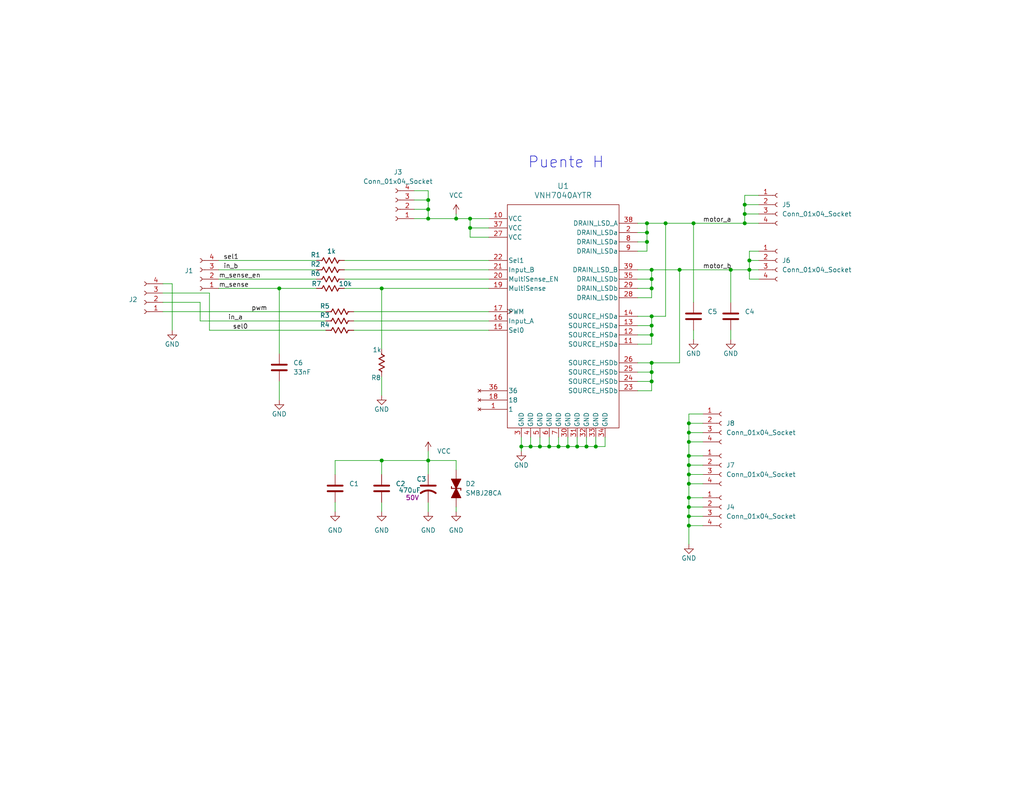
<source format=kicad_sch>
(kicad_sch (version 20250114) (generator "eeschema") (generator_version "9.0")
  (paper "A")
  (title_block (title "VNH7040_Puente_H_RC") (date "2025-11-16") (rev "1.0") (company "ITLA-HUB"))
  (lib_symbols
    (symbol "Capacitor_AKL:C_0603" (pin_numbers (hide yes)) (pin_names (offset 0.254))
      (property "Reference" "C" (at 0.635 2.54 0))
      (property "Value" "C_0603" (at 0.635 -2.54 0))
      (symbol "C_0603_0_1"
        (polyline (pts (xy -2.032 0.762) (xy 2.032 0.762)) (stroke (width 0.508)))
        (polyline (pts (xy -2.032 -0.762) (xy 2.032 -0.762)) (stroke (width 0.508)))
      )
      (symbol "C_0603_0_2"
        (polyline (pts (xy -2.54 -2.54) (xy -0.381 -0.381)))
        (polyline (pts (xy -0.508 -0.508) (xy -1.651 0.635)) (stroke (width 0.508)))
        (polyline (pts (xy -0.508 -0.508) (xy 0.635 -1.651)) (stroke (width 0.508)))
        (polyline (pts (xy 0.381 0.381) (xy 2.54 2.54)))
        (polyline (pts (xy 0.508 0.508) (xy -0.635 1.651)) (stroke (width 0.508)))
        (polyline (pts (xy 0.508 0.508) (xy 1.651 -0.635)) (stroke (width 0.508)))
      )
      (symbol "C_0603_1_1"
        (pin passive line (at 0 3.81 270) (length 2.794) (name "~") (number "1"))
        (pin passive line (at 0 -3.81 90) (length 2.794) (name "~") (number "2"))
      )
      (symbol "C_0603_1_2"
        (pin passive line (at -2.54 -2.54 90) (length 0) (name "~") (number "2"))
        (pin passive line (at 2.54 2.54 270) (length 0) (name "~") (number "1"))
      )
    )
    (symbol "Capacitor_AKL:C_0805" (pin_numbers (hide yes)) (pin_names (offset 0.254))
      (property "Reference" "C" (at 0.635 2.54 0))
      (property "Value" "C_0805" (at 0.635 -2.54 0))
      (symbol "C_0805_0_1"
        (polyline (pts (xy -2.032 0.762) (xy 2.032 0.762)) (stroke (width 0.508)))
        (polyline (pts (xy -2.032 -0.762) (xy 2.032 -0.762)) (stroke (width 0.508)))
      )
      (symbol "C_0805_0_2"
        (polyline (pts (xy -2.54 -2.54) (xy -0.381 -0.381)))
        (polyline (pts (xy -0.508 -0.508) (xy -1.651 0.635)) (stroke (width 0.508)))
        (polyline (pts (xy -0.508 -0.508) (xy 0.635 -1.651)) (stroke (width 0.508)))
        (polyline (pts (xy 0.381 0.381) (xy 2.54 2.54)))
        (polyline (pts (xy 0.508 0.508) (xy -0.635 1.651)) (stroke (width 0.508)))
        (polyline (pts (xy 0.508 0.508) (xy 1.651 -0.635)) (stroke (width 0.508)))
      )
      (symbol "C_0805_1_1"
        (pin passive line (at 0 3.81 270) (length 2.794) (name "~") (number "1"))
        (pin passive line (at 0 -3.81 90) (length 2.794) (name "~") (number "2"))
      )
      (symbol "C_0805_1_2"
        (pin passive line (at -2.54 -2.54 90) (length 0) (name "~") (number "2"))
        (pin passive line (at 2.54 2.54 270) (length 0) (name "~") (number "1"))
      )
    )
    (symbol "Connector:Conn_01x04_Socket" (pin_names (offset 1.016) (hide yes))
      (property "Reference" "J" (at 0 5.08 0))
      (property "Value" "Conn_01x04_Socket" (at 0 -7.62 0))
      (symbol "Conn_01x04_Socket_1_1"
        (polyline (pts (xy -1.27 2.54) (xy -0.508 2.54)) (stroke (width 0.1524)))
        (polyline (pts (xy -1.27 0) (xy -0.508 0)) (stroke (width 0.1524)))
        (polyline (pts (xy -1.27 -2.54) (xy -0.508 -2.54)) (stroke (width 0.1524)))
        (polyline (pts (xy -1.27 -5.08) (xy -0.508 -5.08)) (stroke (width 0.1524)))
        (arc (start 0 2.032) (mid -0.5058 2.54) (end 0 3.048) (stroke (width 0.1524)))
        (arc (start 0 -0.508) (mid -0.5058 0) (end 0 0.508) (stroke (width 0.1524)))
        (arc (start 0 -3.048) (mid -0.5058 -2.54) (end 0 -2.032) (stroke (width 0.1524)))
        (arc (start 0 -5.588) (mid -0.5058 -5.08) (end 0 -4.572) (stroke (width 0.1524)))
        (pin passive line (at -5.08 2.54 0) (length 3.81) (name "Pin_1") (number "1"))
        (pin passive line (at -5.08 0 0) (length 3.81) (name "Pin_2") (number "2"))
        (pin passive line (at -5.08 -2.54 0) (length 3.81) (name "Pin_3") (number "3"))
        (pin passive line (at -5.08 -5.08 0) (length 3.81) (name "Pin_4") (number "4"))
      )
    )
    (symbol "Device:C_US" (pin_numbers (hide yes)) (pin_names (offset 0.254) (hide yes))
      (property "Reference" "C" (at 0.635 2.54 0))
      (property "Value" "C_US" (at 0.635 -2.54 0))
      (symbol "C_US_0_1"
        (polyline (pts (xy -2.032 0.762) (xy 2.032 0.762)) (stroke (width 0.508)))
        (arc (start -2.032 -1.27) (mid 0 -0.5572) (end 2.032 -1.27) (stroke (width 0.508)))
      )
      (symbol "C_US_1_1"
        (pin passive line (at 0 3.81 270) (length 2.794) (name "~") (number "1"))
        (pin passive line (at 0 -3.81 90) (length 3.302) (name "~") (number "2"))
      )
    )
    (symbol "Diode_TVS_AKL:SMBJ28CA" (pin_numbers (hide yes)) (pin_names (offset 1.016) (hide yes))
      (property "Reference" "D" (at 0 5.08 0))
      (property "Value" "SMBJ28CA" (at 0 2.54 0))
      (symbol "SMBJ28CA_0_1"
        (polyline (pts (xy 0 1.27) (xy 0 -1.27)) (stroke (width 0.254)))
        (polyline (pts (xy 0 1.27) (xy 0.508 1.27)) (stroke (width 0.254)))
        (polyline (pts (xy 0 0) (xy -2.54 1.27) (xy -2.54 -1.27) (xy 0 0)) (stroke (width 0.254)) (fill (type outline)))
        (polyline (pts (xy 0 -1.27) (xy -0.508 -1.27)) (stroke (width 0.254)))
        (polyline (pts (xy 1.27 0) (xy -1.27 0)))
        (polyline (pts (xy 2.54 1.27) (xy 2.54 -1.27) (xy 0 0) (xy 2.54 1.27)) (stroke (width 0.254)) (fill (type outline)))
      )
      (symbol "SMBJ28CA_0_2"
        (polyline (pts (xy -3.81 -3.81) (xy 3.81 3.81)))
        (polyline (pts (xy -1.778 -1.778) (xy -2.667 -0.889) (xy 0 0) (xy -0.889 -2.667) (xy -1.778 -1.778)) (stroke (width 0.254)) (fill (type outline)))
        (polyline (pts (xy -0.889 0.889) (xy -1.27 0.508)) (stroke (width 0.254)))
        (polyline (pts (xy -0.889 0.889) (xy 0.889 -0.889)) (stroke (width 0.254)))
        (polyline (pts (xy 0.889 -0.889) (xy 1.27 -0.508)) (stroke (width 0.254)))
        (polyline (pts (xy 1.778 1.778) (xy 2.667 0.889) (xy 0 0) (xy 0.889 2.667) (xy 1.778 1.778)) (stroke (width 0.254)) (fill (type outline)))
      )
      (symbol "SMBJ28CA_1_1"
        (pin passive line (at -5.08 0 0) (length 2.54) (name "K") (number "1"))
        (pin passive line (at 5.08 0 180) (length 2.54) (name "A") (number "2"))
      )
      (symbol "SMBJ28CA_1_2"
        (pin passive line (at -3.81 -3.81 0) (length 0) (name "A") (number "2"))
        (pin passive line (at 3.81 3.81 180) (length 0) (name "K") (number "1"))
      )
    )
    (symbol "MG_IC:VNH7040AYTR" (pin_names (offset 0.254))
      (property "Reference" "U1" (at 22.86 10.16 0))
      (property "Value" "VNH7040AYTR" (at 22.86 7.62 0))
      (symbol "VNH7040AYTR_0_1"
        (rectangle (start 7.62 5.08) (end 38.1 -55.88))
      )
      (symbol "VNH7040AYTR_1_1"
        (pin no_connect line (at 0 -45.72 0) (length 7.62) (name "36") (number "36"))
        (pin no_connect line (at 0 -48.26 0) (length 7.62) (name "18") (number "18"))
        (pin no_connect line (at 0 -50.8 0) (length 7.62) (name "1") (number "1"))
        (pin unspecified line (at 2.54 1.27 0) (length 5.08) (name "VCC") (number "10"))
        (pin unspecified line (at 2.54 -1.27 0) (length 5.08) (name "VCC") (number "37"))
        (pin unspecified line (at 2.54 -3.81 0) (length 5.08) (name "VCC") (number "27"))
        (pin unspecified line (at 2.54 -10.16 0) (length 5.08) (name "Sel1") (number "22"))
        (pin unspecified line (at 2.54 -12.7 0) (length 5.08) (name "Input_B") (number "21"))
        (pin unspecified line (at 2.54 -15.24 0) (length 5.08) (name "MultiSense_EN") (number "20"))
        (pin unspecified line (at 2.54 -17.78 0) (length 5.08) (name "MultiSense") (number "19"))
        (pin unspecified clock (at 2.54 -24.13 0) (length 5.08) (name "PWM") (number "17"))
        (pin unspecified line (at 2.54 -26.67 0) (length 5.08) (name "Input_A") (number "16"))
        (pin unspecified line (at 2.54 -29.21 0) (length 5.08) (name "Sel0") (number "15"))
        (pin passive line (at 11.43 -58.42 90) (length 2.54) (name "GND") (number "3"))
        (pin passive line (at 13.97 -58.42 90) (length 2.54) (name "GND") (number "4"))
        (pin passive line (at 16.51 -58.42 90) (length 2.54) (name "GND") (number "5"))
        (pin passive line (at 19.05 -58.42 90) (length 2.54) (name "GND") (number "6"))
        (pin passive line (at 21.59 -58.42 90) (length 2.54) (name "GND") (number "7"))
        (pin unspecified line (at 24.13 -58.42 90) (length 2.54) (name "GND") (number "30"))
        (pin unspecified line (at 26.67 -58.42 90) (length 2.54) (name "GND") (number "31"))
        (pin unspecified line (at 29.21 -58.42 90) (length 2.54) (name "GND") (number "32"))
        (pin unspecified line (at 31.75 -58.42 90) (length 2.54) (name "GND") (number "33"))
        (pin unspecified line (at 34.29 -58.42 90) (length 2.54) (name "GND") (number "34"))
        (pin unspecified line (at 43.18 0 180) (length 5.08) (name "DRAIN_LSD_A") (number "38"))
        (pin unspecified line (at 43.18 -2.54 180) (length 5.08) (name "DRAIN_LSDa") (number "2"))
        (pin unspecified line (at 43.18 -5.08 180) (length 5.08) (name "DRAIN_LSDa") (number "8"))
        (pin unspecified line (at 43.18 -7.62 180) (length 5.08) (name "DRAIN_LSDa") (number "9"))
        (pin passive line (at 43.18 -12.7 180) (length 5.08) (name "DRAIN_LSD_B") (number "39"))
        (pin unspecified line (at 43.18 -15.24 180) (length 5.08) (name "DRAIN_LSDb") (number "35"))
        (pin unspecified line (at 43.18 -17.78 180) (length 5.08) (name "DRAIN_LSDb") (number "29"))
        (pin unspecified line (at 43.18 -20.32 180) (length 5.08) (name "DRAIN_LSDb") (number "28"))
        (pin unspecified line (at 43.18 -25.4 180) (length 5.08) (name "SOURCE_HSDa") (number "14"))
        (pin unspecified line (at 43.18 -27.94 180) (length 5.08) (name "SOURCE_HSDa") (number "13"))
        (pin unspecified line (at 43.18 -30.48 180) (length 5.08) (name "SOURCE_HSDa") (number "12"))
        (pin unspecified line (at 43.18 -33.02 180) (length 5.08) (name "SOURCE_HSDa") (number "11"))
        (pin unspecified line (at 43.18 -38.1 180) (length 5.08) (name "SOURCE_HSDb") (number "26"))
        (pin unspecified line (at 43.18 -40.64 180) (length 5.08) (name "SOURCE_HSDb") (number "25"))
        (pin unspecified line (at 43.18 -43.18 180) (length 5.08) (name "SOURCE_HSDb") (number "24"))
        (pin unspecified line (at 43.18 -45.72 180) (length 5.08) (name "SOURCE_HSDb") (number "23"))
      )
    )
    (symbol "PCM_SparkFun-PowerSymbol:GND" (power) (pin_names (offset 0))
      (property "Value" "GND" (at 0 -3.81 0))
      (symbol "GND_0_1"
        (polyline (pts (xy 0 0) (xy 0 -1.27) (xy 1.27 -1.27) (xy 0 -2.54) (xy -1.27 -1.27) (xy 0 -1.27)))
      )
      (symbol "GND_1_1"
        (pin power_in line (at 0 0 270) (length 0) (hide yes) (name "GND") (number "1"))
      )
    )
    (symbol "Resistor_US_AKL:R_0603" (pin_numbers (hide yes)) (pin_names (offset 0))
      (property "Reference" "R" (at 2.54 1.27 0))
      (property "Value" "R_0603" (at 2.54 -1.27 0))
      (symbol "R_0603_0_1"
        (polyline (pts (xy 0 2.286) (xy 0 2.54)) (stroke (width 0.254)))
        (polyline (pts (xy 0 2.286) (xy 0.762 1.905) (xy -0.762 1.143) (xy 0 0.762) (xy 0.762 0.381) (xy 0 0) (xy -0.762 -0.381) (xy 0 -0.762) (xy 0.762 -1.143) (xy 0 -1.524) (xy -0.762 -1.905) (xy 0 -2.286)) (stroke (width 0.254)))
        (polyline (pts (xy 0 -2.286) (xy 0 -2.54)) (stroke (width 0.254)))
      )
      (symbol "R_0603_0_2"
        (polyline (pts (xy -2.54 -2.54) (xy -1.778 -1.778)))
        (polyline (pts (xy -1.778 -1.778) (xy -1.524 -1.524)) (stroke (width 0.254)))
        (polyline (pts (xy -1.524 -1.524) (xy -1.778 -0.762) (xy -1.016 -1.016)) (stroke (width 0.254)))
        (polyline (pts (xy -0.508 -0.508) (xy -0.762 0.254) (xy 0 0)) (stroke (width 0.254)))
        (polyline (pts (xy -0.508 -0.508) (xy -0.254 -1.27) (xy -1.016 -1.016)) (stroke (width 0.254)))
        (polyline (pts (xy 0.508 0.508) (xy 0.254 1.27) (xy 1.016 1.016)) (stroke (width 0.254)))
        (polyline (pts (xy 0.508 0.508) (xy 0.762 -0.254) (xy 0 0)) (stroke (width 0.254)))
        (polyline (pts (xy 1.524 1.524) (xy 1.778 0.762) (xy 1.016 1.016)) (stroke (width 0.254)))
        (polyline (pts (xy 1.778 1.778) (xy 1.524 1.524)) (stroke (width 0.254)))
        (polyline (pts (xy 1.778 1.778) (xy 2.54 2.54)))
      )
      (symbol "R_0603_1_1"
        (pin passive line (at 0 3.81 270) (length 1.27) (name "~") (number "1"))
        (pin passive line (at 0 -3.81 90) (length 1.27) (name "~") (number "2"))
      )
      (symbol "R_0603_1_2"
        (pin passive line (at -2.54 -2.54 0) (length 0) (name "") (number "2"))
        (pin passive line (at 2.54 2.54 180) (length 0) (name "") (number "1"))
      )
    )
    (symbol "power:VCC" (power) (pin_numbers (hide yes)) (pin_names (offset 0) (hide yes))
      (property "Value" "VCC" (at 0 3.556 0))
      (symbol "VCC_0_1"
        (polyline (pts (xy -0.762 1.27) (xy 0 2.54)))
        (polyline (pts (xy 0 2.54) (xy 0.762 1.27)))
        (polyline (pts (xy 0 0) (xy 0 2.54)))
      )
      (symbol "VCC_1_1"
        (pin power_in line (at 0 0 90) (length 0) (name "~") (number "1"))
      )
    )
  )
  (text "Puente H\n" (at 154.432 44.45 0) (effects (font (size 3 3))))
  (junction (at 147.32 121.92))
  (junction (at 189.23 60.96))
  (junction (at 177.8 91.44))
  (junction (at 199.39 73.66))
  (junction (at 204.47 73.66))
  (junction (at 187.96 118.11))
  (junction (at 142.24 121.92))
  (junction (at 187.96 124.46))
  (junction (at 104.14 78.74))
  (junction (at 162.56 121.92))
  (junction (at 128.27 62.23))
  (junction (at 203.2 58.42))
  (junction (at 124.46 59.69))
  (junction (at 187.96 140.97))
  (junction (at 176.53 60.96))
  (junction (at 181.61 60.96))
  (junction (at 203.2 55.88))
  (junction (at 187.96 115.57))
  (junction (at 152.4 121.92))
  (junction (at 187.96 135.89))
  (junction (at 187.96 127))
  (junction (at 187.96 129.54))
  (junction (at 116.84 57.15))
  (junction (at 187.96 138.43))
  (junction (at 160.02 121.92))
  (junction (at 157.48 121.92))
  (junction (at 104.14 125.73))
  (junction (at 76.2 78.74))
  (junction (at 187.96 132.08))
  (junction (at 203.2 60.96))
  (junction (at 116.84 54.61))
  (junction (at 149.86 121.92))
  (junction (at 144.78 121.92))
  (junction (at 177.8 76.2))
  (junction (at 177.8 99.06))
  (junction (at 187.96 143.51))
  (junction (at 128.27 59.69))
  (junction (at 177.8 78.74))
  (junction (at 177.8 88.9))
  (junction (at 154.94 121.92))
  (junction (at 185.42 73.66))
  (junction (at 177.8 104.14))
  (junction (at 204.47 71.12))
  (junction (at 187.96 120.65))
  (junction (at 116.84 59.69))
  (junction (at 116.84 125.73))
  (junction (at 177.8 73.66))
  (junction (at 176.53 66.04))
  (junction (at 176.53 63.5))
  (junction (at 177.8 101.6))
  (junction (at 177.8 86.36))
  (wire (pts (xy 147.32 121.92) (xy 144.78 121.92)))
  (wire (pts (xy 59.69 78.74) (xy 76.2 78.74)))
  (wire (pts (xy 187.96 124.46) (xy 187.96 127)))
  (wire (pts (xy 187.96 138.43) (xy 187.96 140.97)))
  (wire (pts (xy 189.23 60.96) (xy 203.2 60.96)))
  (wire (pts (xy 187.96 129.54) (xy 191.77 129.54)))
  (wire (pts (xy 176.53 60.96) (xy 181.61 60.96)))
  (wire (pts (xy 187.96 115.57) (xy 191.77 115.57)))
  (wire (pts (xy 96.52 85.09) (xy 133.35 85.09)))
  (wire (pts (xy 173.99 86.36) (xy 177.8 86.36)))
  (wire (pts (xy 203.2 55.88) (xy 207.01 55.88)))
  (wire (pts (xy 116.84 123.19) (xy 116.84 125.73)))
  (wire (pts (xy 144.78 119.38) (xy 144.78 121.92)))
  (wire (pts (xy 191.77 135.89) (xy 187.96 135.89)))
  (wire (pts (xy 187.96 129.54) (xy 187.96 132.08)))
  (wire (pts (xy 59.69 76.2) (xy 86.36 76.2)))
  (wire (pts (xy 59.69 71.12) (xy 86.36 71.12)))
  (wire (pts (xy 187.96 120.65) (xy 187.96 124.46)))
  (wire (pts (xy 203.2 53.34) (xy 203.2 55.88)))
  (wire (pts (xy 144.78 121.92) (xy 142.24 121.92)))
  (wire (pts (xy 177.8 101.6) (xy 177.8 99.06)))
  (wire (pts (xy 177.8 88.9) (xy 177.8 86.36)))
  (wire (pts (xy 165.1 119.38) (xy 165.1 121.92)))
  (wire (pts (xy 157.48 121.92) (xy 160.02 121.92)))
  (wire (pts (xy 204.47 73.66) (xy 207.01 73.66)))
  (wire (pts (xy 124.46 125.73) (xy 116.84 125.73)))
  (wire (pts (xy 113.03 59.69) (xy 116.84 59.69)))
  (wire (pts (xy 93.98 71.12) (xy 133.35 71.12)))
  (wire (pts (xy 173.99 66.04) (xy 176.53 66.04)))
  (wire (pts (xy 128.27 64.77) (xy 128.27 62.23)))
  (wire (pts (xy 57.15 80.01) (xy 44.45 80.01)))
  (wire (pts (xy 177.8 86.36) (xy 181.61 86.36)))
  (wire (pts (xy 152.4 121.92) (xy 154.94 121.92)))
  (wire (pts (xy 91.44 129.54) (xy 91.44 125.73)))
  (wire (pts (xy 116.84 125.73) (xy 116.84 129.54)))
  (wire (pts (xy 173.99 99.06) (xy 177.8 99.06)))
  (wire (pts (xy 177.8 93.98) (xy 177.8 91.44)))
  (wire (pts (xy 173.99 104.14) (xy 177.8 104.14)))
  (wire (pts (xy 162.56 119.38) (xy 162.56 121.92)))
  (wire (pts (xy 177.8 99.06) (xy 185.42 99.06)))
  (wire (pts (xy 207.01 76.2) (xy 204.47 76.2)))
  (wire (pts (xy 54.61 82.55) (xy 54.61 87.63)))
  (wire (pts (xy 104.14 78.74) (xy 104.14 95.25)))
  (wire (pts (xy 149.86 119.38) (xy 149.86 121.92)))
  (wire (pts (xy 46.99 77.47) (xy 46.99 90.17)))
  (wire (pts (xy 173.99 106.68) (xy 177.8 106.68)))
  (wire (pts (xy 191.77 124.46) (xy 187.96 124.46)))
  (wire (pts (xy 207.01 53.34) (xy 203.2 53.34)))
  (wire (pts (xy 142.24 119.38) (xy 142.24 121.92)))
  (wire (pts (xy 162.56 121.92) (xy 165.1 121.92)))
  (wire (pts (xy 113.03 52.07) (xy 116.84 52.07)))
  (wire (pts (xy 176.53 66.04) (xy 176.53 63.5)))
  (wire (pts (xy 96.52 87.63) (xy 133.35 87.63)))
  (wire (pts (xy 93.98 73.66) (xy 133.35 73.66)))
  (wire (pts (xy 199.39 73.66) (xy 204.47 73.66)))
  (wire (pts (xy 124.46 125.73) (xy 124.46 128.27)))
  (wire (pts (xy 93.98 78.74) (xy 104.14 78.74)))
  (wire (pts (xy 177.8 73.66) (xy 185.42 73.66)))
  (wire (pts (xy 173.99 101.6) (xy 177.8 101.6)))
  (wire (pts (xy 177.8 104.14) (xy 177.8 101.6)))
  (wire (pts (xy 204.47 71.12) (xy 204.47 73.66)))
  (wire (pts (xy 149.86 121.92) (xy 152.4 121.92)))
  (wire (pts (xy 187.96 132.08) (xy 191.77 132.08)))
  (wire (pts (xy 204.47 76.2) (xy 204.47 73.66)))
  (wire (pts (xy 133.35 59.69) (xy 128.27 59.69)))
  (wire (pts (xy 181.61 60.96) (xy 189.23 60.96)))
  (wire (pts (xy 173.99 76.2) (xy 177.8 76.2)))
  (wire (pts (xy 113.03 57.15) (xy 116.84 57.15)))
  (wire (pts (xy 203.2 55.88) (xy 203.2 58.42)))
  (wire (pts (xy 199.39 73.66) (xy 199.39 82.55)))
  (wire (pts (xy 44.45 85.09) (xy 88.9 85.09)))
  (wire (pts (xy 187.96 118.11) (xy 191.77 118.11)))
  (wire (pts (xy 177.8 76.2) (xy 177.8 73.66)))
  (wire (pts (xy 191.77 113.03) (xy 187.96 113.03)))
  (wire (pts (xy 173.99 91.44) (xy 177.8 91.44)))
  (wire (pts (xy 116.84 59.69) (xy 124.46 59.69)))
  (wire (pts (xy 147.32 119.38) (xy 147.32 121.92)))
  (wire (pts (xy 59.69 73.66) (xy 86.36 73.66)))
  (wire (pts (xy 116.84 137.16) (xy 116.84 139.7)))
  (wire (pts (xy 128.27 59.69) (xy 124.46 59.69)))
  (wire (pts (xy 173.99 60.96) (xy 176.53 60.96)))
  (wire (pts (xy 187.96 140.97) (xy 191.77 140.97)))
  (wire (pts (xy 185.42 73.66) (xy 185.42 99.06)))
  (wire (pts (xy 104.14 125.73) (xy 104.14 129.54)))
  (wire (pts (xy 187.96 113.03) (xy 187.96 115.57)))
  (wire (pts (xy 187.96 132.08) (xy 187.96 135.89)))
  (wire (pts (xy 187.96 127) (xy 187.96 129.54)))
  (wire (pts (xy 133.35 64.77) (xy 128.27 64.77)))
  (wire (pts (xy 203.2 60.96) (xy 207.01 60.96)))
  (wire (pts (xy 154.94 119.38) (xy 154.94 121.92)))
  (wire (pts (xy 173.99 81.28) (xy 177.8 81.28)))
  (wire (pts (xy 173.99 63.5) (xy 176.53 63.5)))
  (wire (pts (xy 187.96 120.65) (xy 191.77 120.65)))
  (wire (pts (xy 187.96 135.89) (xy 187.96 138.43)))
  (wire (pts (xy 187.96 115.57) (xy 187.96 118.11)))
  (wire (pts (xy 203.2 58.42) (xy 207.01 58.42)))
  (wire (pts (xy 128.27 62.23) (xy 128.27 59.69)))
  (wire (pts (xy 113.03 54.61) (xy 116.84 54.61)))
  (wire (pts (xy 187.96 140.97) (xy 187.96 143.51)))
  (wire (pts (xy 173.99 78.74) (xy 177.8 78.74)))
  (wire (pts (xy 44.45 77.47) (xy 46.99 77.47)))
  (wire (pts (xy 177.8 81.28) (xy 177.8 78.74)))
  (wire (pts (xy 177.8 78.74) (xy 177.8 76.2)))
  (wire (pts (xy 185.42 73.66) (xy 199.39 73.66)))
  (wire (pts (xy 104.14 125.73) (xy 116.84 125.73)))
  (wire (pts (xy 199.39 90.17) (xy 199.39 92.71)))
  (wire (pts (xy 104.14 139.7) (xy 104.14 137.16)))
  (wire (pts (xy 157.48 119.38) (xy 157.48 121.92)))
  (wire (pts (xy 187.96 127) (xy 191.77 127)))
  (wire (pts (xy 152.4 119.38) (xy 152.4 121.92)))
  (wire (pts (xy 104.14 107.95) (xy 104.14 102.87)))
  (wire (pts (xy 187.96 143.51) (xy 191.77 143.51)))
  (wire (pts (xy 124.46 58.42) (xy 124.46 59.69)))
  (wire (pts (xy 204.47 71.12) (xy 207.01 71.12)))
  (wire (pts (xy 76.2 78.74) (xy 76.2 96.52)))
  (wire (pts (xy 189.23 92.71) (xy 189.23 90.17)))
  (wire (pts (xy 57.15 90.17) (xy 57.15 80.01)))
  (wire (pts (xy 116.84 54.61) (xy 116.84 57.15)))
  (wire (pts (xy 204.47 68.58) (xy 204.47 71.12)))
  (wire (pts (xy 96.52 90.17) (xy 133.35 90.17)))
  (wire (pts (xy 147.32 121.92) (xy 149.86 121.92)))
  (wire (pts (xy 160.02 119.38) (xy 160.02 121.92)))
  (wire (pts (xy 76.2 78.74) (xy 86.36 78.74)))
  (wire (pts (xy 154.94 121.92) (xy 157.48 121.92)))
  (wire (pts (xy 116.84 57.15) (xy 116.84 59.69)))
  (wire (pts (xy 116.84 52.07) (xy 116.84 54.61)))
  (wire (pts (xy 93.98 76.2) (xy 133.35 76.2)))
  (wire (pts (xy 181.61 60.96) (xy 181.61 86.36)))
  (wire (pts (xy 176.53 68.58) (xy 176.53 66.04)))
  (wire (pts (xy 57.15 90.17) (xy 88.9 90.17)))
  (wire (pts (xy 187.96 143.51) (xy 187.96 148.59)))
  (wire (pts (xy 173.99 88.9) (xy 177.8 88.9)))
  (wire (pts (xy 176.53 63.5) (xy 176.53 60.96)))
  (wire (pts (xy 142.24 121.92) (xy 142.24 123.19)))
  (wire (pts (xy 177.8 91.44) (xy 177.8 88.9)))
  (wire (pts (xy 173.99 93.98) (xy 177.8 93.98)))
  (wire (pts (xy 177.8 106.68) (xy 177.8 104.14)))
  (wire (pts (xy 187.96 138.43) (xy 191.77 138.43)))
  (wire (pts (xy 189.23 60.96) (xy 189.23 82.55)))
  (wire (pts (xy 173.99 68.58) (xy 176.53 68.58)))
  (wire (pts (xy 76.2 104.14) (xy 76.2 109.22)))
  (wire (pts (xy 104.14 78.74) (xy 133.35 78.74)))
  (wire (pts (xy 128.27 62.23) (xy 133.35 62.23)))
  (wire (pts (xy 91.44 125.73) (xy 104.14 125.73)))
  (wire (pts (xy 124.46 138.43) (xy 124.46 139.7)))
  (wire (pts (xy 44.45 82.55) (xy 54.61 82.55)))
  (wire (pts (xy 160.02 121.92) (xy 162.56 121.92)))
  (wire (pts (xy 173.99 73.66) (xy 177.8 73.66)))
  (wire (pts (xy 187.96 118.11) (xy 187.96 120.65)))
  (wire (pts (xy 91.44 137.16) (xy 91.44 139.7)))
  (wire (pts (xy 54.61 87.63) (xy 88.9 87.63)))
  (wire (pts (xy 207.01 68.58) (xy 204.47 68.58)))
  (wire (pts (xy 203.2 58.42) (xy 203.2 60.96)))
  (label "sel0" (at 63.5 90.17 0))
  (label "m_sense" (at 59.69 78.74 0))
  (label "in_b" (at 60.96 73.66 0))
  (label "motor_a" (at 191.77 60.96 0))
  (label "pwm" (at 68.58 85.09 0))
  (label "sel1" (at 60.96 71.12 0))
  (label "in_a" (at 62.23 87.63 0))
  (label "m_sense_en" (at 59.69 76.2 0))
  (label "motor_b" (at 191.77 73.66 0))
  (symbol (lib_id "PCM_SparkFun-PowerSymbol:GND") (at 189.23 92.71 0) (unit 1)
    (property "Reference" "#PWR010" (effects (hide yes)))
    (property "Value" "GND" (at 189.23 96.52 0))
    (property "Description" "Power symbol creates a global label with name \"GND\" , ground" (effects (hide yes)))
  )
  (symbol (lib_id "Capacitor_AKL:C_0805") (at 199.39 86.36 0) (unit 1)
    (property "Reference" "C4" (at 203.2 85.0899 0) (effects (justify left)))
    (property "Value" "C_0805" (effects (hide yes)))
    (property "Footprint" "Capacitor_SMD_AKL:C_0805_2012Metric" (effects (hide yes)))
    (property "Description" "SMD 0805 MLCC capacitor, Alternate KiCad Library" (effects (hide yes)))
  )
  (symbol (lib_id "Diode_TVS_AKL:SMBJ28CA") (at 124.46 133.35 90) (unit 1)
    (property "Reference" "D2" (at 127 132.0799 90) (effects (justify right)))
    (property "Value" "SMBJ28CA" (at 127 134.6199 90) (effects (justify right)))
    (property "Footprint" "Diode_SMD_AKL:D_SMB_TVS" (effects (hide yes)))
    (property "Datasheet" "https://www.tme.eu/Document/0b6222bec7e12d83185b51d73cb6a54d/SMBJ_ser.pdf" (effects (hide yes)))
    (property "Description" "SMB Bidirectional TVS Diode, 28V, 600W, Alternate KiCAD Library" (effects (hide yes)))
  )
  (symbol (lib_id "PCM_SparkFun-PowerSymbol:GND") (at 104.14 107.95 0) (unit 1)
    (property "Reference" "#PWR013" (effects (hide yes)))
    (property "Value" "GND" (at 104.14 111.76 0))
    (property "Description" "Power symbol creates a global label with name \"GND\" , ground" (effects (hide yes)))
  )
  (symbol (lib_id "PCM_SparkFun-PowerSymbol:GND") (at 124.46 139.7 0) (unit 1)
    (property "Reference" "#PWR09" (effects (hide yes)))
    (property "Value" "GND" (at 124.46 144.78 0))
    (property "Description" "Power symbol creates a global label with name \"GND\" , ground" (effects (hide yes)))
  )
  (symbol (lib_id "Capacitor_AKL:C_0603") (at 76.2 100.33 0) (unit 1)
    (property "Reference" "C6" (at 80.01 99.0599 0) (effects (justify left)))
    (property "Value" "33nF" (at 80.01 101.5999 0) (effects (justify left)))
    (property "Footprint" "Capacitor_SMD_AKL:C_0603_1608Metric" (effects (hide yes)))
    (property "Description" "SMD 0603 MLCC capacitor, Alternate KiCad Library" (effects (hide yes)))
  )
  (symbol (lib_id "Resistor_US_AKL:R_0603") (at 92.71 90.17 90) (unit 1)
    (property "Reference" "R4" (at 88.646 88.646 90))
    (property "Value" "R_0603" (effects (hide yes)))
    (property "Footprint" "Resistor_SMD_AKL:R_0603_1608Metric" (effects (hide yes)))
    (property "Description" "SMD 0603 Chip Resistor, US Symbol, Alternate KiCad Library" (effects (hide yes)))
  )
  (symbol (lib_id "Resistor_US_AKL:R_0603") (at 92.71 85.09 90) (unit 1)
    (property "Reference" "R5" (at 88.646 83.566 90))
    (property "Value" "R_0603" (effects (hide yes)))
    (property "Footprint" "Resistor_SMD_AKL:R_0603_1608Metric" (effects (hide yes)))
    (property "Description" "SMD 0603 Chip Resistor, US Symbol, Alternate KiCad Library" (effects (hide yes)))
  )
  (symbol (lib_id "Connector:Conn_01x04_Socket") (at 196.85 138.43 0) (unit 1)
    (property "Reference" "J4" (at 198.12 138.4299 0) (effects (justify left)))
    (property "Value" "Conn_01x04_Socket" (at 198.12 140.9699 0) (effects (justify left)))
    (property "Footprint" "Connector_PinSocket_1.27mm:PinSocket_1x04_P1.27mm_Castellated" (effects (hide yes)))
    (property "Description" "Generic connector, single row, 01x04, script generated" (effects (hide yes)))
  )
  (symbol (lib_id "Connector:Conn_01x04_Socket") (at 196.85 127 0) (unit 1)
    (property "Reference" "J7" (at 198.12 126.9999 0) (effects (justify left)))
    (property "Value" "Conn_01x04_Socket" (at 198.12 129.5399 0) (effects (justify left)))
    (property "Footprint" "Connector_PinSocket_1.27mm:PinSocket_1x04_P1.27mm_Castellated" (effects (hide yes)))
    (property "Description" "Generic connector, single row, 01x04, script generated" (effects (hide yes)))
  )
  (symbol (lib_id "PCM_SparkFun-PowerSymbol:GND") (at 142.24 123.19 0) (unit 1)
    (property "Reference" "#PWR07" (effects (hide yes)))
    (property "Value" "GND" (at 142.24 127 0))
    (property "Description" "Power symbol creates a global label with name \"GND\" , ground" (effects (hide yes)))
  )
  (symbol (lib_id "PCM_SparkFun-PowerSymbol:GND") (at 104.14 139.7 0) (unit 1)
    (property "Reference" "#PWR03" (effects (hide yes)))
    (property "Value" "GND" (at 104.14 144.78 0))
    (property "Description" "Power symbol creates a global label with name \"GND\" , ground" (effects (hide yes)))
  )
  (symbol (lib_id "Resistor_US_AKL:R_0603") (at 92.71 87.63 90) (unit 1)
    (property "Reference" "R3" (at 88.646 86.106 90))
    (property "Value" "R_0603" (effects (hide yes)))
    (property "Footprint" "Resistor_SMD_AKL:R_0603_1608Metric" (effects (hide yes)))
    (property "Description" "SMD 0603 Chip Resistor, US Symbol, Alternate KiCad Library" (effects (hide yes)))
  )
  (symbol (lib_id "Resistor_US_AKL:R_0603") (at 90.17 71.12 90) (unit 1)
    (property "Reference" "R1" (at 86.106 69.596 90))
    (property "Value" "1k" (at 90.424 68.58 90))
    (property "Footprint" "Resistor_SMD_AKL:R_0603_1608Metric" (effects (hide yes)))
    (property "Description" "SMD 0603 Chip Resistor, US Symbol, Alternate KiCad Library" (effects (hide yes)))
  )
  (symbol (lib_id "Connector:Conn_01x04_Socket") (at 212.09 71.12 0) (unit 1)
    (property "Reference" "J6" (at 213.36 71.1199 0) (effects (justify left)))
    (property "Value" "Conn_01x04_Socket" (at 213.36 73.6599 0) (effects (justify left)))
    (property "Footprint" "Connector_PinSocket_1.27mm:PinSocket_1x04_P1.27mm_Castellated" (effects (hide yes)))
    (property "Description" "Generic connector, single row, 01x04, script generated" (effects (hide yes)))
  )
  (symbol (lib_id "Connector:Conn_01x04_Socket") (at 39.37 82.55 180) (unit 1)
    (property "Reference" "J2" (at 36.322 81.788 0))
    (property "Value" "Conn_01x04_Socket" (effects (hide yes)))
    (property "Footprint" "Connector_PinSocket_1.27mm:PinSocket_1x04_P1.27mm_Castellated" (effects (hide yes)))
    (property "Description" "Generic connector, single row, 01x04, script generated" (effects (hide yes)))
  )
  (symbol (lib_id "Capacitor_AKL:C_0805") (at 189.23 86.36 0) (unit 1)
    (property "Reference" "C5" (at 193.04 85.0899 0) (effects (justify left)))
    (property "Value" "C_0805" (effects (hide yes)))
    (property "Footprint" "Capacitor_SMD_AKL:C_0805_2012Metric" (effects (hide yes)))
    (property "Description" "SMD 0805 MLCC capacitor, Alternate KiCad Library" (effects (hide yes)))
  )
  (symbol (lib_id "Connector:Conn_01x04_Socket") (at 196.85 115.57 0) (unit 1)
    (property "Reference" "J8" (at 198.12 115.5699 0) (effects (justify left)))
    (property "Value" "Conn_01x04_Socket" (at 198.12 118.1099 0) (effects (justify left)))
    (property "Footprint" "Connector_PinSocket_1.27mm:PinSocket_1x04_P1.27mm_Castellated" (effects (hide yes)))
    (property "Description" "Generic connector, single row, 01x04, script generated" (effects (hide yes)))
  )
  (symbol (lib_id "Capacitor_AKL:C_0805") (at 104.14 133.35 0) (unit 1)
    (property "Reference" "C2" (at 107.95 132.0799 0) (effects (justify left)))
    (property "Value" "C_0805" (effects (hide yes)))
    (property "Footprint" "Capacitor_SMD_AKL:C_0805_2012Metric" (effects (hide yes)))
    (property "Description" "SMD 0805 MLCC capacitor, Alternate KiCad Library" (effects (hide yes)))
  )
  (symbol (lib_id "Connector:Conn_01x04_Socket") (at 107.95 57.15 180) (unit 1)
    (property "Reference" "J3" (at 108.585 46.99 0))
    (property "Value" "Conn_01x04_Socket" (at 108.585 49.53 0))
    (property "Footprint" "Connector_PinSocket_1.27mm:PinSocket_1x04_P1.27mm_Castellated" (effects (hide yes)))
    (property "Description" "Generic connector, single row, 01x04, script generated" (effects (hide yes)))
  )
  (symbol (lib_id "MG_IC:VNH7040AYTR") (at 130.81 60.96 0) (unit 1)
    (property "Reference" "U1" (at 153.67 50.8 0) (effects (font (size 1.524 1.524))))
    (property "Value" "VNH7040AYTR" (at 153.67 53.34 0) (effects (font (size 1.524 1.524))))
    (property "Footprint" "MG_footprints:POWERSSO-36TP_STM-M" (effects (hide yes)))
    (property "Datasheet" "https://www.st.com/resource/en/datasheet/vnh7040ay.pdf" (effects (hide yes)))
  )
  (symbol (lib_id "Device:C_US") (at 116.84 133.35 0) (mirror y) (unit 1)
    (property "Reference" "C3" (at 116.332 130.81 0) (effects (justify left)))
    (property "Value" "470uF" (at 114.808 133.858 0) (effects (justify left)))
    (property "Footprint" "Capacitor_SMD:CP_Elec_10x14.3" (effects (hide yes)))
    (property "Description" "capacitor, US symbol" (effects (hide yes)))
    (property "V" "50V" (at 112.522 135.89 0))
  )
  (symbol (lib_id "PCM_SparkFun-PowerSymbol:GND") (at 91.44 139.7 0) (unit 1)
    (property "Reference" "#PWR02" (effects (hide yes)))
    (property "Value" "GND" (at 91.44 144.78 0))
    (property "Description" "Power symbol creates a global label with name \"GND\" , ground" (effects (hide yes)))
  )
  (symbol (lib_id "PCM_SparkFun-PowerSymbol:GND") (at 199.39 92.71 0) (unit 1)
    (property "Reference" "#PWR011" (effects (hide yes)))
    (property "Value" "GND" (at 199.39 96.52 0))
    (property "Description" "Power symbol creates a global label with name \"GND\" , ground" (effects (hide yes)))
  )
  (symbol (lib_id "PCM_SparkFun-PowerSymbol:GND") (at 116.84 139.7 0) (unit 1)
    (property "Reference" "#PWR05" (effects (hide yes)))
    (property "Value" "GND" (at 116.84 144.78 0))
    (property "Description" "Power symbol creates a global label with name \"GND\" , ground" (effects (hide yes)))
  )
  (symbol (lib_id "PCM_SparkFun-PowerSymbol:GND") (at 187.96 148.59 0) (unit 1)
    (property "Reference" "#PWR08" (effects (hide yes)))
    (property "Value" "GND" (at 187.96 152.4 0))
    (property "Description" "Power symbol creates a global label with name \"GND\" , ground" (effects (hide yes)))
  )
  (symbol (lib_id "power:VCC") (at 116.84 123.19 0) (unit 1)
    (property "Reference" "#PWR04" (effects (hide yes)))
    (property "Value" "VCC" (at 121.158 123.19 0))
    (property "Description" "Power symbol creates a global label with name \"VCC\"" (effects (hide yes)))
  )
  (symbol (lib_id "Resistor_US_AKL:R_0603") (at 90.17 76.2 90) (unit 1)
    (property "Reference" "R6" (at 86.106 74.676 90))
    (property "Value" "R_0603" (effects (hide yes)))
    (property "Footprint" "Resistor_SMD_AKL:R_0603_1608Metric" (effects (hide yes)))
    (property "Description" "SMD 0603 Chip Resistor, US Symbol, Alternate KiCad Library" (effects (hide yes)))
  )
  (symbol (lib_id "Resistor_US_AKL:R_0603") (at 90.17 73.66 90) (unit 1)
    (property "Reference" "R2" (at 86.106 72.136 90))
    (property "Value" "R_0603" (effects (hide yes)))
    (property "Footprint" "Resistor_SMD_AKL:R_0603_1608Metric" (effects (hide yes)))
    (property "Description" "SMD 0603 Chip Resistor, US Symbol, Alternate KiCad Library" (effects (hide yes)))
  )
  (symbol (lib_id "Resistor_US_AKL:R_0603") (at 90.17 78.74 90) (unit 1)
    (property "Reference" "R7" (at 86.36 77.47 90))
    (property "Value" "10k" (at 94.234 77.47 90))
    (property "Footprint" "Resistor_SMD_AKL:R_0603_1608Metric" (effects (hide yes)))
    (property "Description" "SMD 0603 Chip Resistor, US Symbol, Alternate KiCad Library" (effects (hide yes)))
  )
  (symbol (lib_id "Connector:Conn_01x04_Socket") (at 54.61 76.2 180) (unit 1)
    (property "Reference" "J1" (at 51.562 73.914 0))
    (property "Value" "Conn_01x04_Socket" (effects (hide yes)))
    (property "Footprint" "Connector_PinSocket_1.27mm:PinSocket_1x04_P1.27mm_Castellated" (effects (hide yes)))
    (property "Description" "Generic connector, single row, 01x04, script generated" (effects (hide yes)))
  )
  (symbol (lib_id "PCM_SparkFun-PowerSymbol:GND") (at 76.2 109.22 0) (unit 1)
    (property "Reference" "#PWR012" (effects (hide yes)))
    (property "Value" "GND" (at 76.2 113.03 0))
    (property "Description" "Power symbol creates a global label with name \"GND\" , ground" (effects (hide yes)))
  )
  (symbol (lib_id "power:VCC") (at 124.46 58.42 0) (unit 1)
    (property "Reference" "#PWR06" (effects (hide yes)))
    (property "Value" "VCC" (at 124.46 53.34 0))
    (property "Description" "Power symbol creates a global label with name \"VCC\"" (effects (hide yes)))
  )
  (symbol (lib_id "Connector:Conn_01x04_Socket") (at 212.09 55.88 0) (unit 1)
    (property "Reference" "J5" (at 213.36 55.8799 0) (effects (justify left)))
    (property "Value" "Conn_01x04_Socket" (at 213.36 58.4199 0) (effects (justify left)))
    (property "Footprint" "Connector_PinSocket_1.27mm:PinSocket_1x04_P1.27mm_Castellated" (effects (hide yes)))
    (property "Description" "Generic connector, single row, 01x04, script generated" (effects (hide yes)))
  )
  (symbol (lib_id "PCM_SparkFun-PowerSymbol:GND") (at 46.99 90.17 0) (unit 1)
    (property "Reference" "#PWR01" (effects (hide yes)))
    (property "Value" "GND" (at 46.99 93.98 0))
    (property "Description" "Power symbol creates a global label with name \"GND\" , ground" (effects (hide yes)))
  )
  (symbol (lib_id "Resistor_US_AKL:R_0603") (at 104.14 99.06 180) (unit 1)
    (property "Reference" "R8" (at 102.616 103.124 0))
    (property "Value" "1k" (at 102.87 95.504 0))
    (property "Footprint" "Resistor_SMD_AKL:R_0603_1608Metric" (effects (hide yes)))
    (property "Description" "SMD 0603 Chip Resistor, US Symbol, Alternate KiCad Library" (effects (hide yes)))
  )
  (symbol (lib_id "Capacitor_AKL:C_0805") (at 91.44 133.35 0) (unit 1)
    (property "Reference" "C1" (at 95.25 132.0799 0) (effects (justify left)))
    (property "Value" "C_0805" (effects (hide yes)))
    (property "Footprint" "Capacitor_SMD_AKL:C_0805_2012Metric" (effects (hide yes)))
    (property "Description" "SMD 0805 MLCC capacitor, Alternate KiCad Library" (effects (hide yes)))
  )
)
</source>
